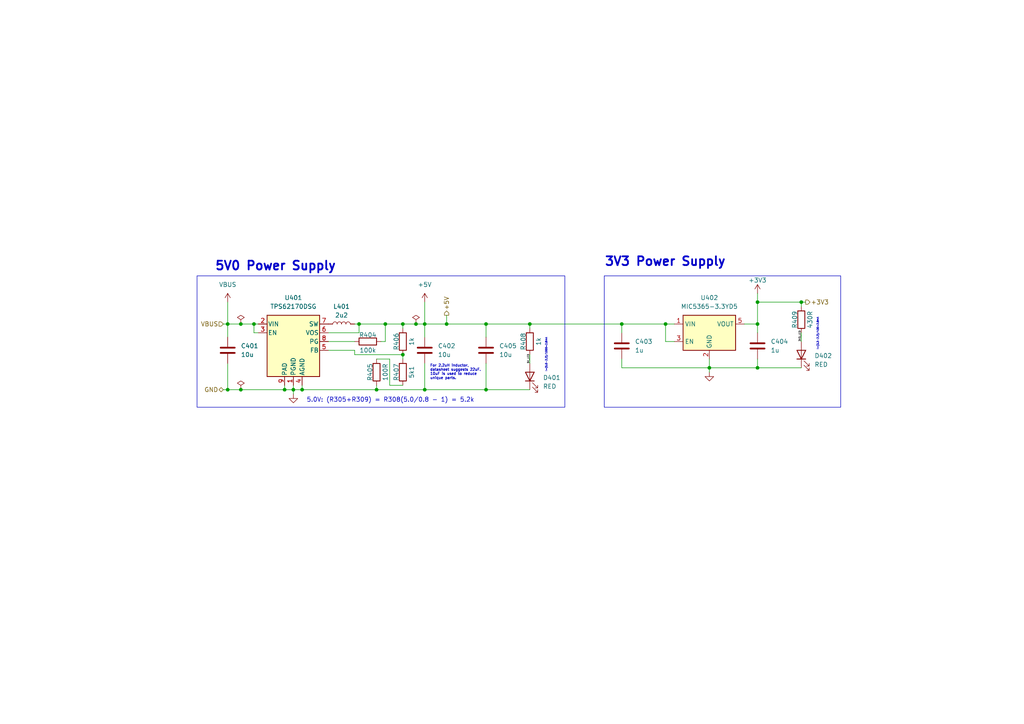
<source format=kicad_sch>
(kicad_sch (version 20231120) (generator "eeschema") (generator_version "8.0")
  (paper "A4")
  (title_block (title "SL_ST Tweezer Control Board") (date "2024-03-01") (rev "A1") (company "Olympus Engineering"))
  (lib_symbols
    (symbol "Device:C" (pin_numbers hide) (pin_names (offset 0.254))
      (property "Reference" "C" (at 0.635 2.54 0))
      (property "Value" "C" (at 0.635 -2.54 0))
      (symbol "C_0_1"
        (polyline (pts (xy -2.032 -0.762) (xy 2.032 -0.762)) (stroke (width 0.508)))
        (polyline (pts (xy -2.032 0.762) (xy 2.032 0.762)) (stroke (width 0.508)))
      )
      (symbol "C_1_1"
        (pin passive line (at 0 3.81 270) (length 2.794) (name "~") (number "1"))
        (pin passive line (at 0 -3.81 90) (length 2.794) (name "~") (number "2"))
      )
    )
    (symbol "Device:L" (pin_numbers hide) (pin_names (offset 1.016) hide)
      (property "Reference" "L" (at -1.27 0 90))
      (property "Value" "L" (at 1.905 0 90))
      (symbol "L_0_1"
        (arc (start 0 -2.54) (mid 0.6323 -1.905) (end 0 -1.27))
        (arc (start 0 -1.27) (mid 0.6323 -0.635) (end 0 0))
        (arc (start 0 0) (mid 0.6323 0.635) (end 0 1.27))
        (arc (start 0 1.27) (mid 0.6323 1.905) (end 0 2.54))
      )
      (symbol "L_1_1"
        (pin passive line (at 0 3.81 270) (length 1.27) (name "1") (number "1"))
        (pin passive line (at 0 -3.81 90) (length 1.27) (name "2") (number "2"))
      )
    )
    (symbol "Device:LED" (pin_numbers hide) (pin_names (offset 1.016) hide)
      (property "Reference" "D" (at 0 2.54 0))
      (property "Value" "LED" (at 0 -2.54 0))
      (symbol "LED_0_1"
        (polyline (pts (xy -1.27 -1.27) (xy -1.27 1.27)) (stroke (width 0.254)))
        (polyline (pts (xy -1.27 0) (xy 1.27 0)))
        (polyline (pts (xy 1.27 -1.27) (xy 1.27 1.27) (xy -1.27 0) (xy 1.27 -1.27)) (stroke (width 0.254)))
        (polyline (pts (xy -3.048 -0.762) (xy -4.572 -2.286) (xy -3.81 -2.286) (xy -4.572 -2.286) (xy -4.572 -1.524)))
        (polyline (pts (xy -1.778 -0.762) (xy -3.302 -2.286) (xy -2.54 -2.286) (xy -3.302 -2.286) (xy -3.302 -1.524)))
      )
      (symbol "LED_1_1"
        (pin passive line (at -3.81 0 0) (length 2.54) (name "K") (number "1"))
        (pin passive line (at 3.81 0 180) (length 2.54) (name "A") (number "2"))
      )
    )
    (symbol "Device:R" (pin_numbers hide) (pin_names (offset 0))
      (property "Reference" "R" (at 2.032 0 90))
      (property "Value" "R" (at 0 0 90))
      (symbol "R_0_1"
        (rectangle (start -1.016 -2.54) (end 1.016 2.54) (stroke (width 0.254)))
      )
      (symbol "R_1_1"
        (pin passive line (at 0 3.81 270) (length 1.27) (name "~") (number "1"))
        (pin passive line (at 0 -3.81 90) (length 1.27) (name "~") (number "2"))
      )
    )
    (symbol "Olympus Engineering:TPS62172DSG" (pin_names (offset 0.254))
      (property "Reference" "U301" (at 0 15.24 0))
      (property "Value" "TPS62170DSG" (at 0 12.7 0))
      (symbol "TPS62172DSG_0_1"
        (rectangle (start -7.62 10.16) (end 7.62 -7.62) (stroke (width 0.254)) (fill (type background)))
      )
      (symbol "TPS62172DSG_1_1"
        (pin power_in line (at 0 -10.16 90) (length 2.54) (name "PGND") (number "1"))
        (pin power_in line (at -10.16 7.62 0) (length 2.54) (name "VIN") (number "2"))
        (pin input line (at -10.16 5.08 0) (length 2.54) (name "EN") (number "3"))
        (pin power_in line (at 2.54 -10.16 90) (length 2.54) (name "AGND") (number "4"))
        (pin input line (at 10.16 0 180) (length 2.54) (name "FB") (number "5"))
        (pin input line (at 10.16 5.08 180) (length 2.54) (name "VOS") (number "6"))
        (pin output line (at 10.16 7.62 180) (length 2.54) (name "SW") (number "7"))
        (pin open_collector line (at 10.16 2.54 180) (length 2.54) (name "PG") (number "8"))
        (pin power_in line (at -2.54 -10.16 90) (length 2.54) (name "PAD") (number "9"))
      )
    )
    (symbol "Regulator_Linear:MIC5365-3.3YD5"
      (property "Reference" "U" (at -7.62 6.35 0))
      (property "Value" "MIC5365-3.3YD5" (at 0 6.35 0))
      (symbol "MIC5365-3.3YD5_0_1"
        (rectangle (start -7.62 -5.08) (end 7.62 5.08) (stroke (width 0.254)) (fill (type background)))
      )
      (symbol "MIC5365-3.3YD5_1_1"
        (pin power_in line (at -10.16 2.54 0) (length 2.54) (name "VIN") (number "1"))
        (pin power_in line (at 0 -7.62 90) (length 2.54) (name "GND") (number "2"))
        (pin input line (at -10.16 -2.54 0) (length 2.54) (name "EN") (number "3"))
        (pin no_connect line (at 7.62 -2.54 180) (length 2.54) hide (name "NC") (number "4"))
        (pin power_out line (at 10.16 2.54 180) (length 2.54) (name "VOUT") (number "5"))
      )
    )
    (symbol "power:+3V3" (power) (pin_names (offset 0))
      (property "Value" "+3V3" (at 0 3.556 0))
      (symbol "+3V3_0_1"
        (polyline (pts (xy -0.762 1.27) (xy 0 2.54)))
        (polyline (pts (xy 0 0) (xy 0 2.54)))
        (polyline (pts (xy 0 2.54) (xy 0.762 1.27)))
      )
      (symbol "+3V3_1_1"
        (pin power_in line (at 0 0 90) (length 0) hide (name "+3V3") (number "1"))
      )
    )
    (symbol "power:+5V" (power) (pin_names (offset 0))
      (property "Value" "+5V" (at 0 3.556 0))
      (symbol "+5V_0_1"
        (polyline (pts (xy -0.762 1.27) (xy 0 2.54)))
        (polyline (pts (xy 0 0) (xy 0 2.54)))
        (polyline (pts (xy 0 2.54) (xy 0.762 1.27)))
      )
      (symbol "+5V_1_1"
        (pin power_in line (at 0 0 90) (length 0) hide (name "+5V") (number "1"))
      )
    )
    (symbol "power:GND" (power) (pin_names (offset 0))
      (property "Value" "GND" (at 0 -3.81 0))
      (symbol "GND_0_1"
        (polyline (pts (xy 0 0) (xy 0 -1.27) (xy 1.27 -1.27) (xy 0 -2.54) (xy -1.27 -1.27) (xy 0 -1.27)))
      )
      (symbol "GND_1_1"
        (pin power_in line (at 0 0 270) (length 0) hide (name "GND") (number "1"))
      )
    )
    (symbol "power:PWR_FLAG" (power) (pin_numbers hide) (pin_names (offset 0) hide)
      (property "Value" "PWR_FLAG" (at 0 3.81 0))
      (symbol "PWR_FLAG_0_0"
        (pin power_out line (at 0 0 90) (length 0) (name "pwr") (number "1"))
      )
      (symbol "PWR_FLAG_0_1"
        (polyline (pts (xy 0 0) (xy 0 1.27) (xy -1.016 1.905) (xy 0 2.54) (xy 1.016 1.905) (xy 0 1.27)))
      )
    )
  )
  (junction (at 116.84 93.98))
  (junction (at 219.71 106.68))
  (junction (at 123.19 113.03))
  (junction (at 82.55 113.03))
  (junction (at 66.04 113.03))
  (junction (at 73.66 93.98))
  (junction (at 120.65 93.98))
  (junction (at 85.09 113.03))
  (junction (at 104.14 93.98))
  (junction (at 153.67 93.98))
  (junction (at 69.85 93.98))
  (junction (at 123.19 93.98))
  (junction (at 87.63 113.03))
  (junction (at 109.22 113.03))
  (junction (at 66.04 93.98))
  (junction (at 193.04 93.98))
  (junction (at 111.76 93.98))
  (junction (at 69.85 113.03))
  (junction (at 205.74 106.68))
  (junction (at 232.41 87.63))
  (junction (at 129.54 93.98))
  (junction (at 219.71 87.63))
  (junction (at 140.97 93.98))
  (junction (at 140.97 113.03))
  (junction (at 116.84 102.87))
  (junction (at 180.34 93.98))
  (junction (at 219.71 93.98))
  (wire (pts (xy 87.63 113.03) (xy 109.22 113.03)))
  (wire (pts (xy 195.58 99.06) (xy 193.04 99.06)))
  (wire (pts (xy 180.34 106.68) (xy 205.74 106.68)))
  (wire (pts (xy 180.34 93.98) (xy 193.04 93.98)))
  (wire (pts (xy 66.04 93.98) (xy 69.85 93.98)))
  (wire (pts (xy 153.67 95.25) (xy 153.67 93.98)))
  (wire (pts (xy 66.04 93.98) (xy 66.04 97.79)))
  (wire (pts (xy 129.54 91.44) (xy 129.54 93.98)))
  (wire (pts (xy 66.04 87.63) (xy 66.04 93.98)))
  (wire (pts (xy 116.84 102.87) (xy 102.87 102.87)))
  (wire (pts (xy 110.49 99.06) (xy 111.76 99.06)))
  (wire (pts (xy 85.09 113.03) (xy 85.09 114.3)))
  (wire (pts (xy 123.19 97.79) (xy 123.19 93.98)))
  (wire (pts (xy 69.85 93.98) (xy 73.66 93.98)))
  (wire (pts (xy 64.77 113.03) (xy 66.04 113.03)))
  (wire (pts (xy 215.9 93.98) (xy 219.71 93.98)))
  (wire (pts (xy 95.25 99.06) (xy 102.87 99.06)))
  (wire (pts (xy 95.25 101.6) (xy 102.87 101.6)))
  (wire (pts (xy 140.97 105.41) (xy 140.97 113.03)))
  (wire (pts (xy 180.34 104.14) (xy 180.34 106.68)))
  (wire (pts (xy 116.84 93.98) (xy 116.84 95.25)))
  (wire (pts (xy 104.14 93.98) (xy 104.14 96.52)))
  (wire (pts (xy 123.19 87.63) (xy 123.19 93.98)))
  (wire (pts (xy 73.66 93.98) (xy 74.93 93.98)))
  (wire (pts (xy 205.74 104.14) (xy 205.74 106.68)))
  (wire (pts (xy 232.41 96.52) (xy 232.41 99.06)))
  (wire (pts (xy 69.85 113.03) (xy 82.55 113.03)))
  (wire (pts (xy 219.71 104.14) (xy 219.71 106.68)))
  (wire (pts (xy 153.67 93.98) (xy 180.34 93.98)))
  (wire (pts (xy 109.22 111.76) (xy 109.22 113.03)))
  (wire (pts (xy 193.04 93.98) (xy 195.58 93.98)))
  (wire (pts (xy 233.68 87.63) (xy 232.41 87.63)))
  (wire (pts (xy 102.87 93.98) (xy 104.14 93.98)))
  (wire (pts (xy 232.41 88.9) (xy 232.41 87.63)))
  (wire (pts (xy 205.74 107.95) (xy 205.74 106.68)))
  (wire (pts (xy 140.97 93.98) (xy 153.67 93.98)))
  (wire (pts (xy 123.19 113.03) (xy 140.97 113.03)))
  (wire (pts (xy 120.65 93.98) (xy 123.19 93.98)))
  (wire (pts (xy 74.93 96.52) (xy 73.66 96.52)))
  (wire (pts (xy 85.09 111.76) (xy 85.09 113.03)))
  (wire (pts (xy 116.84 93.98) (xy 120.65 93.98)))
  (wire (pts (xy 219.71 87.63) (xy 219.71 93.98)))
  (wire (pts (xy 85.09 113.03) (xy 87.63 113.03)))
  (wire (pts (xy 109.22 104.14) (xy 113.03 104.14)))
  (wire (pts (xy 87.63 111.76) (xy 87.63 113.03)))
  (wire (pts (xy 66.04 113.03) (xy 69.85 113.03)))
  (wire (pts (xy 113.03 111.76) (xy 116.84 111.76)))
  (wire (pts (xy 95.25 96.52) (xy 104.14 96.52)))
  (wire (pts (xy 123.19 105.41) (xy 123.19 113.03)))
  (wire (pts (xy 64.77 93.98) (xy 66.04 93.98)))
  (wire (pts (xy 153.67 102.87) (xy 153.67 105.41)))
  (wire (pts (xy 180.34 96.52) (xy 180.34 93.98)))
  (wire (pts (xy 193.04 93.98) (xy 193.04 99.06)))
  (wire (pts (xy 232.41 106.68) (xy 219.71 106.68)))
  (wire (pts (xy 219.71 87.63) (xy 232.41 87.63)))
  (wire (pts (xy 129.54 93.98) (xy 140.97 93.98)))
  (wire (pts (xy 102.87 102.87) (xy 102.87 101.6)))
  (wire (pts (xy 111.76 99.06) (xy 111.76 93.98)))
  (wire (pts (xy 104.14 93.98) (xy 111.76 93.98)))
  (wire (pts (xy 73.66 96.52) (xy 73.66 93.98)))
  (wire (pts (xy 82.55 113.03) (xy 85.09 113.03)))
  (wire (pts (xy 82.55 111.76) (xy 82.55 113.03)))
  (wire (pts (xy 116.84 102.87) (xy 116.84 104.14)))
  (wire (pts (xy 123.19 93.98) (xy 129.54 93.98)))
  (wire (pts (xy 140.97 113.03) (xy 153.67 113.03)))
  (wire (pts (xy 109.22 113.03) (xy 123.19 113.03)))
  (wire (pts (xy 205.74 106.68) (xy 219.71 106.68)))
  (wire (pts (xy 113.03 104.14) (xy 113.03 111.76)))
  (wire (pts (xy 219.71 93.98) (xy 219.71 96.52)))
  (wire (pts (xy 111.76 93.98) (xy 116.84 93.98)))
  (wire (pts (xy 66.04 105.41) (xy 66.04 113.03)))
  (wire (pts (xy 219.71 87.63) (xy 219.71 85.09)))
  (wire (pts (xy 140.97 93.98) (xy 140.97 97.79)))
  (rectangle (start 175.26 80.01) (end 243.84 118.11))
  (rectangle (start 57.15 80.01) (end 163.83 118.11))
  (text "5.0V: (R305+R309) = R308(5.0/0.8 - 1) = 5.2k" (at 88.9 116.84 0) (effects (font (size 1.27 1.27)) (justify left bottom)))
  (text "I=(5.0-2.2)/1000=2.8mA" (at 158.75 107.95 90) (effects (font (size 0.5 0.5)) (justify left bottom)))
  (text "For 2.2uH inductor,\ndatasheet suggests 22uF.\n10uF is used to reduce\nunique parts." (at 124.714 110.236 0) (effects (font (size 0.75 0.75)) (justify left bottom)))
  (text "3V3 Power Supply" (at 175.26 77.47 0) (effects (font (size 2.54 2.54) (thickness 0.508) (bold yes)) (justify left bottom)))
  (text "5V0 Power Supply" (at 62.23 78.74 0) (effects (font (size 2.54 2.54) (thickness 0.508) (bold yes)) (justify left bottom)))
  (text "I=(3.3-2.2)/430=2.8mA" (at 237.49 101.6 90) (effects (font (size 0.5 0.5)) (justify left bottom)))
  (label "5V_LED" (at 153.67 105.41 90) (effects (font (size 0.5 0.5) (bold yes))))
  (label "3V3_LED" (at 232.41 99.06 90) (effects (font (size 0.5 0.5) (bold yes))))
  (hierarchical_label "+5V" (shape output) (at 129.54 91.44 90))
  (hierarchical_label "GND" (shape bidirectional) (at 64.77 113.03 180))
  (hierarchical_label "+3V3" (shape output) (at 233.68 87.63 0))
  (hierarchical_label "VBUS" (shape input) (at 64.77 93.98 180))
  (symbol (lib_id "power:PWR_FLAG") (at 69.85 93.98 0) (unit 1)
    (property "Reference" "#FLG0401" (effects (hide yes)))
    (property "Value" "PWR_FLAG" (effects (hide yes)))
  )
  (symbol (lib_id "power:PWR_FLAG") (at 69.85 113.03 0) (unit 1)
    (property "Reference" "#FLG0403" (effects (hide yes)))
    (property "Value" "PWR_FLAG" (effects (hide yes)))
  )
  (symbol (lib_id "Device:C") (at 219.71 100.33 0) (unit 1)
    (property "Reference" "C404" (at 223.52 99.06 0) (effects (justify left)))
    (property "Value" "1u" (at 223.52 101.6 0) (effects (justify left)))
    (property "Footprint" "Capacitor_SMD:C_0603_1608Metric" (effects (hide yes)))
    (property "Datasheet" "https://ele.kyocera.com/assets/products/capacitor/CM_Series_e.pdf" (effects (hide yes)))
    (property "Distributor Link" "https://www.digikey.com/en/products/detail/kyocera-avx/CM105X5R106K16AT/17866311" (effects (hide yes)))
    (property "Manfacturer PN" "CM105X5R106K16AT" (effects (hide yes)))
    (property "Manufacturer" "KYOCERA AVX" (effects (hide yes)))
  )
  (symbol (lib_id "Device:C") (at 140.97 101.6 0) (unit 1)
    (property "Reference" "C405" (at 144.78 100.33 0) (effects (justify left)))
    (property "Value" "10u" (at 144.78 102.87 0) (effects (justify left)))
    (property "Footprint" "Capacitor_SMD:C_0603_1608Metric" (effects (hide yes)))
    (property "Datasheet" "https://ele.kyocera.com/assets/products/capacitor/CM_Series_e.pdf" (effects (hide yes)))
    (property "Distributor Link" "https://www.digikey.com/en/products/detail/kyocera-avx/CM105X5R106K16AT/17866311" (effects (hide yes)))
    (property "Manfacturer PN" "CM105X5R106K16AT" (effects (hide yes)))
    (property "Manufacturer" "KYOCERA AVX" (effects (hide yes)))
  )
  (symbol (lib_id "power:GND") (at 205.74 107.95 0) (unit 1)
    (property "Reference" "#PWR0406" (effects (hide yes)))
    (property "Value" "GND" (effects (hide yes)))
  )
  (symbol (lib_id "power:PWR_FLAG") (at 120.65 93.98 0) (unit 1)
    (property "Reference" "#FLG0402" (effects (hide yes)))
    (property "Value" "PWR_FLAG" (effects (hide yes)))
  )
  (symbol (lib_id "Device:R") (at 116.84 107.95 180) (unit 1)
    (property "Reference" "R407" (at 114.935 107.95 90))
    (property "Value" "5k1" (at 119.38 107.95 90))
    (property "Footprint" "Resistor_SMD:R_0603_1608Metric" (effects (hide yes)))
    (property "Datasheet" "https://www.yageo.com/upload/media/product/app/datasheet/rchip/pyu-rc_group_51_rohs_l.pdf" (effects (hide yes)))
    (property "Distributor Link" "https://www.digikey.com/en/products/detail/yageo/RC0603FR-133KL/14008166?s=N4IgTCBcDaIEoGEAMA2JBmAYnAtARnXQGsAZEAXQF8g" (effects (hide yes)))
    (property "Manfacturer PN" "RC0603FR-133KL" (effects (hide yes)))
    (property "Manufacturer" "YAGEO" (effects (hide yes)))
  )
  (symbol (lib_id "Regulator_Linear:MIC5365-3.3YD5") (at 205.74 96.52 0) (unit 1)
    (property "Reference" "U402" (at 205.74 86.36 0))
    (property "Value" "MIC5365-3.3YD5" (at 205.74 88.9 0))
    (property "Footprint" "Package_TO_SOT_SMD:SOT-23-5" (effects (hide yes)))
    (property "Datasheet" "http://ww1.microchip.com/downloads/en/DeviceDoc/mic5365.pdf" (effects (hide yes)))
  )
  (symbol (lib_id "Device:LED") (at 232.41 102.87 90) (unit 1)
    (property "Reference" "D402" (at 236.22 103.1875 90) (effects (justify right)))
    (property "Value" "RED" (at 236.22 105.7275 90) (effects (justify right)))
    (property "Footprint" "LED_SMD:LED_0603_1608Metric" (effects (hide yes)))
    (property "Datasheet" "https://www.rohm.com/datasheet?p=SML-D12U8W&dist=Digi-key&media=referral&source=digi-key.com&campaign=Digi-key" (effects (hide yes)))
    (property "Distributor Link" "https://www.digikey.com/en/products/detail/rohm-semiconductor/SML-D12U8WT86/1641799" (effects (hide yes)))
    (property "Manfacturer PN" "SML-D12U8WT86" (effects (hide yes)))
    (property "Manufacturer" "Rohm Semiconductor" (effects (hide yes)))
  )
  (symbol (lib_id "Device:R") (at 232.41 92.71 180) (unit 1)
    (property "Reference" "R409" (at 230.505 92.71 90))
    (property "Value" "430R" (at 234.95 92.71 90))
    (property "Footprint" "Resistor_SMD:R_0603_1608Metric" (effects (hide yes)))
    (property "Datasheet" "https://www.yageo.com/upload/media/product/app/datasheet/rchip/pyu-rc_group_51_rohs_l.pdf" (effects (hide yes)))
    (property "Distributor Link" "https://www.digikey.com/en/products/detail/yageo/RC0603FR-131KL/12756402?s=N4IgTCBcDaIEoGEAMA2JBmAYnAtARnTwGkAZEAXQF8g" (effects (hide yes)))
    (property "Manfacturer PN" "RC0603FR-131KL" (effects (hide yes)))
    (property "Manufacturer" "YAGEO" (effects (hide yes)))
  )
  (symbol (lib_id "power:+3V3") (at 219.71 85.09 0) (unit 1)
    (property "Reference" "#PWR0407" (effects (hide yes)))
    (property "Value" "+3V3" (at 219.71 81.28 0))
  )
  (symbol (lib_id "Device:R") (at 116.84 99.06 180) (unit 1)
    (property "Reference" "R406" (at 114.935 99.06 90))
    (property "Value" "1k" (at 119.38 99.06 90))
    (property "Footprint" "Resistor_SMD:R_0603_1608Metric" (effects (hide yes)))
    (property "Datasheet" "https://www.yageo.com/upload/media/product/app/datasheet/rchip/pyu-rc_group_51_rohs_l.pdf" (effects (hide yes)))
    (property "Distributor Link" "https://www.digikey.com/en/products/detail/yageo/RC0603FR-131KL/12756402?s=N4IgTCBcDaIEoGEAMA2JBmAYnAtARnTwGkAZEAXQF8g" (effects (hide yes)))
    (property "Manfacturer PN" "RC0603FR-131KL" (effects (hide yes)))
    (property "Manufacturer" "YAGEO" (effects (hide yes)))
  )
  (symbol (lib_id "Device:R") (at 106.68 99.06 90) (unit 1)
    (property "Reference" "R404" (at 106.68 97.155 90))
    (property "Value" "100k" (at 106.68 101.6 90))
    (property "Footprint" "Resistor_SMD:R_0603_1608Metric" (effects (hide yes)))
    (property "Datasheet" "https://www.yageo.com/upload/media/product/app/datasheet/rchip/pyu-rc_group_51_rohs_l.pdf" (effects (hide yes)))
    (property "Distributor Link" "https://www.digikey.com/en/products/detail/yageo/RC0603FR-13100KL/12756389?s=N4IgTCBcDaIEoGEAMA2JBmAYnAtARnTySQGsAZEAXQF8g" (effects (hide yes)))
    (property "Manfacturer PN" "RC0603FR-135K1L" (effects (hide yes)))
    (property "Manufacturer" "YAGEO" (effects (hide yes)))
  )
  (symbol (lib_id "Device:R") (at 109.22 107.95 180) (unit 1)
    (property "Reference" "R405" (at 107.315 107.95 90))
    (property "Value" "100R" (at 111.76 107.95 90))
    (property "Footprint" "Resistor_SMD:R_0603_1608Metric" (effects (hide yes)))
    (property "Datasheet" "https://www.yageo.com/upload/media/product/app/datasheet/rchip/pyu-rc_group_51_rohs_l.pdf" (effects (hide yes)))
    (property "Distributor Link" "https://www.digikey.com/en/products/detail/yageo/RC0603FR-13100RL/12756392?s=N4IgTCBcDaIEoGEAMA2JBmAYnAtARnTySTgBkQBdAXyA" (effects (hide yes)))
    (property "Manfacturer PN" "RC0603FR-13100RL" (effects (hide yes)))
    (property "Manufacturer" "YAGEO" (effects (hide yes)))
  )
  (symbol (lib_id "power:+5V") (at 123.19 87.63 0) (unit 1)
    (property "Reference" "#PWR0405" (effects (hide yes)))
    (property "Value" "+5V" (at 123.19 82.55 0))
  )
  (symbol (lib_id "Device:C") (at 180.34 100.33 0) (unit 1)
    (property "Reference" "C403" (at 184.15 99.06 0) (effects (justify left)))
    (property "Value" "1u" (at 184.15 101.6 0) (effects (justify left)))
    (property "Footprint" "Capacitor_SMD:C_0603_1608Metric" (effects (hide yes)))
    (property "Datasheet" "https://ele.kyocera.com/assets/products/capacitor/CM_Series_e.pdf" (effects (hide yes)))
    (property "Distributor Link" "https://www.digikey.com/en/products/detail/kyocera-avx/CM105X5R106K16AT/17866311" (effects (hide yes)))
    (property "Manfacturer PN" "CM105X5R106K16AT" (effects (hide yes)))
    (property "Manufacturer" "KYOCERA AVX" (effects (hide yes)))
  )
  (symbol (lib_id "Device:R") (at 153.67 99.06 180) (unit 1)
    (property "Reference" "R408" (at 151.765 99.06 90))
    (property "Value" "1k" (at 156.21 99.06 90))
    (property "Footprint" "Resistor_SMD:R_0603_1608Metric" (effects (hide yes)))
    (property "Datasheet" "https://www.yageo.com/upload/media/product/app/datasheet/rchip/pyu-rc_group_51_rohs_l.pdf" (effects (hide yes)))
    (property "Distributor Link" "https://www.digikey.com/en/products/detail/yageo/RC0603FR-131KL/12756402?s=N4IgTCBcDaIEoGEAMA2JBmAYnAtARnTwGkAZEAXQF8g" (effects (hide yes)))
    (property "Manfacturer PN" "RC0603FR-131KL" (effects (hide yes)))
    (property "Manufacturer" "YAGEO" (effects (hide yes)))
  )
  (symbol (lib_id "Device:LED") (at 153.67 109.22 90) (unit 1)
    (property "Reference" "D401" (at 157.48 109.5375 90) (effects (justify right)))
    (property "Value" "RED" (at 157.48 112.0775 90) (effects (justify right)))
    (property "Footprint" "LED_SMD:LED_0603_1608Metric" (effects (hide yes)))
    (property "Datasheet" "https://www.rohm.com/datasheet?p=SML-D12U8W&dist=Digi-key&media=referral&source=digi-key.com&campaign=Digi-key" (effects (hide yes)))
    (property "Distributor Link" "https://www.digikey.com/en/products/detail/rohm-semiconductor/SML-D12U8WT86/1641799" (effects (hide yes)))
    (property "Manfacturer PN" "SML-D12U8WT86" (effects (hide yes)))
    (property "Manufacturer" "Rohm Semiconductor" (effects (hide yes)))
  )
  (symbol (lib_id "Olympus Engineering:TPS62172DSG") (at 85.09 101.6 0) (unit 1)
    (property "Reference" "U401" (at 85.09 86.36 0))
    (property "Value" "TPS62170DSG" (at 85.09 88.9 0))
    (property "Footprint" "Package_SON:WSON-8-1EP_2x2mm_P0.5mm_EP0.9x1.6mm_ThermalVias" (effects (hide yes)))
    (property "Datasheet" "http://www.ti.com/lit/ds/symlink/tps62170.pdf" (effects (hide yes)))
    (property "Distributor Link" "https://www.digikey.com/en/products/detail/texas-instruments/TPS62170DSGR/2780969?s=N4IgTCBcDaICoAUDKA2MBGA7ABgCJIHEAlEAXQF8g" (effects (hide yes)))
    (property "Manfacturer PN" "TPS62170DSGR" (effects (hide yes)))
    (property "Manufacturer" "Texas Instruments" (effects (hide yes)))
  )
  (symbol (lib_id "Device:C") (at 123.19 101.6 0) (unit 1)
    (property "Reference" "C402" (at 127 100.33 0) (effects (justify left)))
    (property "Value" "10u" (at 127 102.87 0) (effects (justify left)))
    (property "Footprint" "Capacitor_SMD:C_0603_1608Metric" (effects (hide yes)))
    (property "Datasheet" "https://ele.kyocera.com/assets/products/capacitor/CM_Series_e.pdf" (effects (hide yes)))
    (property "Distributor Link" "https://www.digikey.com/en/products/detail/kyocera-avx/CM105X5R106K16AT/17866311" (effects (hide yes)))
    (property "Manfacturer PN" "CM105X5R106K16AT" (effects (hide yes)))
    (property "Manufacturer" "KYOCERA AVX" (effects (hide yes)))
  )
  (symbol (lib_id "power:GND") (at 85.09 114.3 0) (unit 1)
    (property "Reference" "#PWR0404" (effects (hide yes)))
    (property "Value" "GND" (effects (hide yes)))
  )
  (symbol (lib_id "power:+5V") (at 66.04 87.63 0) (unit 1)
    (property "Reference" "#PWR0401" (effects (hide yes)))
    (property "Value" "VBUS" (at 66.04 82.55 0))
  )
  (symbol (lib_id "Device:L") (at 99.06 93.98 90) (unit 1)
    (property "Reference" "L401" (at 99.06 88.9 90))
    (property "Value" "2u2" (at 99.06 91.44 90))
    (property "Footprint" "Inductor_SMD:L_Coilcraft_XFL2010" (effects (hide yes)))
    (property "Datasheet" "https://www.coilcraft.com/en-us/files/datasheet/XFL2010" (effects (hide yes)))
    (property "Distributor Link" "https://www.digikey.com/en/products/detail/coilcraft/XFL2010-222MEC/16634827?s=N4IgTCBcDaIB4DMA2YAMBGVBaMuC2ApgMYgC6AvkA" (effects (hide yes)))
    (property "Manfacturer PN" "XFL2010-222MEC" (effects (hide yes)))
    (property "Manufacturer" "Coilcraft" (effects (hide yes)))
  )
  (symbol (lib_id "Device:C") (at 66.04 101.6 0) (unit 1)
    (property "Reference" "C401" (at 69.85 100.33 0) (effects (justify left)))
    (property "Value" "10u" (at 69.85 102.87 0) (effects (justify left)))
    (property "Footprint" "Capacitor_SMD:C_0603_1608Metric" (effects (hide yes)))
    (property "Datasheet" "https://ele.kyocera.com/assets/products/capacitor/CM_Series_e.pdf" (effects (hide yes)))
    (property "Distributor Link" "https://www.digikey.com/en/products/detail/kyocera-avx/CM105X5R106K16AT/17866311" (effects (hide yes)))
    (property "Manfacturer PN" "CM105X5R106K16AT" (effects (hide yes)))
    (property "Manufacturer" "KYOCERA AVX" (effects (hide yes)))
  )
)
</source>
